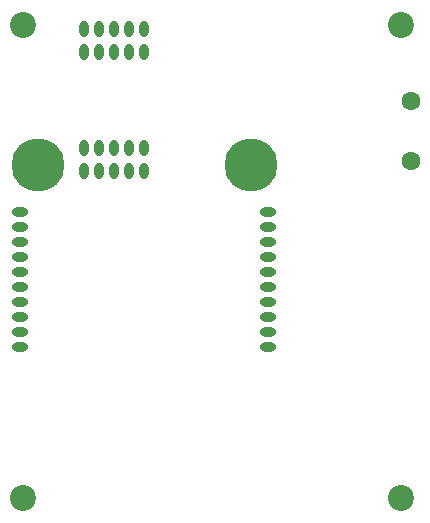
<source format=gbr>
G04 #@! TF.GenerationSoftware,KiCad,Pcbnew,(5.1.6-0-10_14)*
G04 #@! TF.CreationDate,2020-07-22T10:43:18+09:00*
G04 #@! TF.ProjectId,signaltower_host,7369676e-616c-4746-9f77-65725f686f73,rev?*
G04 #@! TF.SameCoordinates,Original*
G04 #@! TF.FileFunction,Soldermask,Bot*
G04 #@! TF.FilePolarity,Negative*
%FSLAX46Y46*%
G04 Gerber Fmt 4.6, Leading zero omitted, Abs format (unit mm)*
G04 Created by KiCad (PCBNEW (5.1.6-0-10_14)) date 2020-07-22 10:43:18*
%MOMM*%
%LPD*%
G01*
G04 APERTURE LIST*
%ADD10C,2.200000*%
%ADD11C,4.500000*%
%ADD12O,0.800000X1.400000*%
%ADD13O,1.400000X0.800000*%
%ADD14C,1.600000*%
G04 APERTURE END LIST*
D10*
X128750000Y-102750000D03*
X128750000Y-62750000D03*
X96750000Y-102750000D03*
X96750000Y-62750000D03*
D11*
X116000000Y-74625000D03*
X98000000Y-74625000D03*
D12*
X107000000Y-75085000D03*
X105730000Y-75085000D03*
X104460000Y-75085000D03*
X103190000Y-75085000D03*
X101920000Y-75085000D03*
X107000000Y-73165000D03*
X105730000Y-73165000D03*
X104460000Y-73165000D03*
X103190000Y-73165000D03*
X101920000Y-73165000D03*
D13*
X96515000Y-78570000D03*
X96515000Y-79840000D03*
X96515000Y-81110000D03*
X96515000Y-82380000D03*
X96515000Y-83650000D03*
X96515000Y-84920000D03*
X96515000Y-86190000D03*
X96515000Y-87460000D03*
X117485000Y-78570000D03*
X117485000Y-79840000D03*
X117485000Y-81110000D03*
X117485000Y-82380000D03*
X117485000Y-83650000D03*
X117485000Y-84920000D03*
X117485000Y-86190000D03*
X117485000Y-87460000D03*
X117485000Y-88730000D03*
X117485000Y-90000000D03*
X96515000Y-88730000D03*
X96515000Y-90000000D03*
D12*
X107010000Y-65025000D03*
X105740000Y-65025000D03*
X104470000Y-65025000D03*
X103200000Y-65025000D03*
X101930000Y-65025000D03*
X101930000Y-63105000D03*
X107010000Y-63105000D03*
X105740000Y-63105000D03*
X103200000Y-63105000D03*
X104470000Y-63105000D03*
D14*
X129540000Y-74295000D03*
X129540000Y-69215000D03*
M02*

</source>
